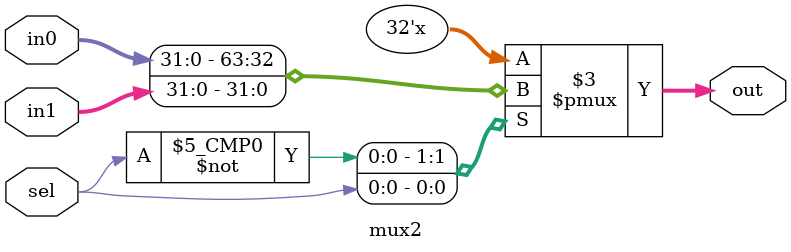
<source format=v>
module mux2(in0, in1, out, sel);
input [31:0] in0, in1;
input sel;
output [31:0] out;

reg [31:0] out;

always @(*) begin
	case(sel)
		1'b0: out <= in0;
		1'b1: out <= in1;
	endcase
end

initial
	out <= 32'd0;

endmodule

</source>
